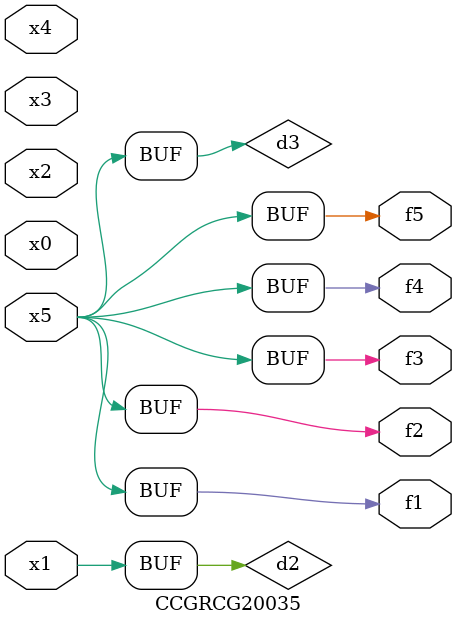
<source format=v>
module CCGRCG20035(
	input x0, x1, x2, x3, x4, x5,
	output f1, f2, f3, f4, f5
);

	wire d1, d2, d3;

	not (d1, x5);
	or (d2, x1);
	xnor (d3, d1);
	assign f1 = d3;
	assign f2 = d3;
	assign f3 = d3;
	assign f4 = d3;
	assign f5 = d3;
endmodule

</source>
